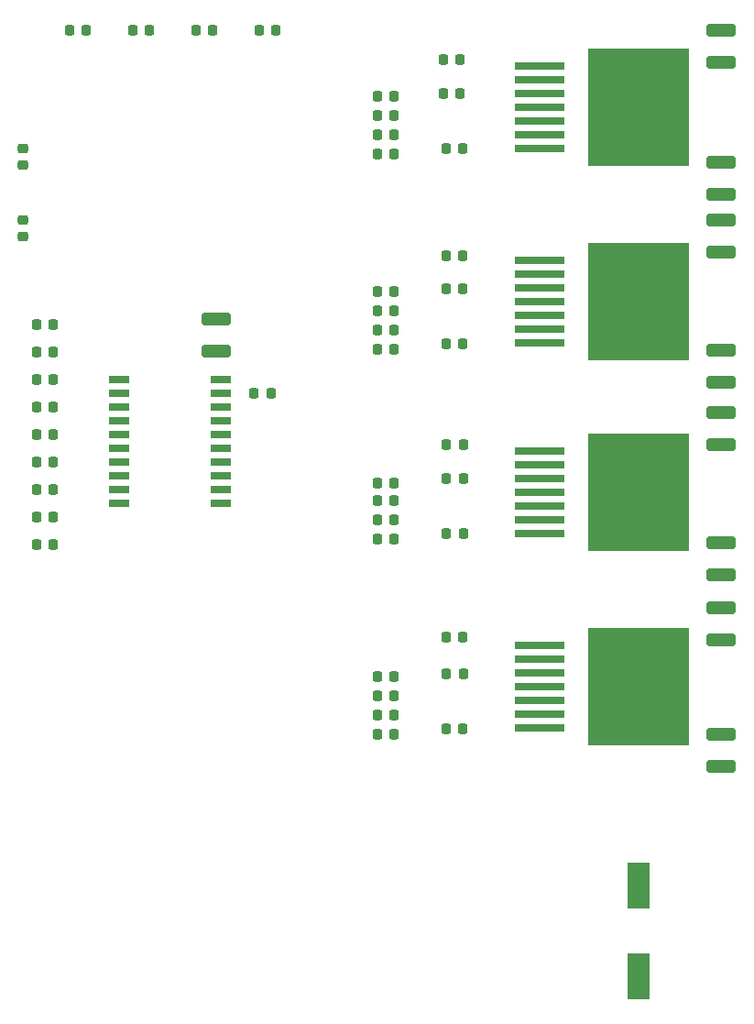
<source format=gbr>
%TF.GenerationSoftware,KiCad,Pcbnew,7.0.7*%
%TF.CreationDate,2023-12-04T17:46:37+09:00*%
%TF.ProjectId,AltairMD_V6,416c7461-6972-44d4-945f-56362e6b6963,rev?*%
%TF.SameCoordinates,Original*%
%TF.FileFunction,Paste,Top*%
%TF.FilePolarity,Positive*%
%FSLAX46Y46*%
G04 Gerber Fmt 4.6, Leading zero omitted, Abs format (unit mm)*
G04 Created by KiCad (PCBNEW 7.0.7) date 2023-12-04 17:46:37*
%MOMM*%
%LPD*%
G01*
G04 APERTURE LIST*
G04 Aperture macros list*
%AMRoundRect*
0 Rectangle with rounded corners*
0 $1 Rounding radius*
0 $2 $3 $4 $5 $6 $7 $8 $9 X,Y pos of 4 corners*
0 Add a 4 corners polygon primitive as box body*
4,1,4,$2,$3,$4,$5,$6,$7,$8,$9,$2,$3,0*
0 Add four circle primitives for the rounded corners*
1,1,$1+$1,$2,$3*
1,1,$1+$1,$4,$5*
1,1,$1+$1,$6,$7*
1,1,$1+$1,$8,$9*
0 Add four rect primitives between the rounded corners*
20,1,$1+$1,$2,$3,$4,$5,0*
20,1,$1+$1,$4,$5,$6,$7,0*
20,1,$1+$1,$6,$7,$8,$9,0*
20,1,$1+$1,$8,$9,$2,$3,0*%
G04 Aperture macros list end*
%ADD10RoundRect,0.225000X-0.225000X-0.250000X0.225000X-0.250000X0.225000X0.250000X-0.225000X0.250000X0*%
%ADD11RoundRect,0.225000X0.225000X0.250000X-0.225000X0.250000X-0.225000X-0.250000X0.225000X-0.250000X0*%
%ADD12R,4.600000X0.800000*%
%ADD13R,9.400000X10.800000*%
%ADD14RoundRect,0.225000X-0.250000X0.225000X-0.250000X-0.225000X0.250000X-0.225000X0.250000X0.225000X0*%
%ADD15RoundRect,0.250000X1.100000X-0.325000X1.100000X0.325000X-1.100000X0.325000X-1.100000X-0.325000X0*%
%ADD16R,2.150000X4.300000*%
%ADD17R,1.900000X0.650000*%
G04 APERTURE END LIST*
D10*
%TO.C,R8*%
X146532000Y-95397000D03*
X148082000Y-95397000D03*
%TD*%
D11*
%TO.C,R21*%
X154432000Y-74422000D03*
X152882000Y-74422000D03*
%TD*%
D12*
%TO.C,IC4*%
X161538000Y-74886000D03*
X161538000Y-76156000D03*
X161538000Y-77426000D03*
X161538000Y-78696000D03*
X161538000Y-79966000D03*
X161538000Y-81236000D03*
X161538000Y-82506000D03*
D13*
X170688000Y-78696000D03*
%TD*%
D10*
%TO.C,R18*%
X152628000Y-59456000D03*
X154178000Y-59456000D03*
%TD*%
D11*
%TO.C,C4*%
X154432000Y-118130000D03*
X152882000Y-118130000D03*
%TD*%
%TO.C,C15*%
X154432000Y-64536000D03*
X152882000Y-64536000D03*
%TD*%
D10*
%TO.C,R15*%
X146532000Y-118638000D03*
X148082000Y-118638000D03*
%TD*%
D11*
%TO.C,C22*%
X148082000Y-83078000D03*
X146532000Y-83078000D03*
%TD*%
%TO.C,C11*%
X148082000Y-100604000D03*
X146532000Y-100604000D03*
%TD*%
D14*
%TO.C,R6*%
X113792000Y-71120000D03*
X113792000Y-72670000D03*
%TD*%
D15*
%TO.C,C2*%
X131647000Y-83214000D03*
X131647000Y-80264000D03*
%TD*%
D11*
%TO.C,R25*%
X116586000Y-88392000D03*
X115036000Y-88392000D03*
%TD*%
D10*
%TO.C,R33*%
X135623000Y-53594000D03*
X137173000Y-53594000D03*
%TD*%
D11*
%TO.C,C21*%
X148082000Y-79522000D03*
X146532000Y-79522000D03*
%TD*%
D15*
%TO.C,C7*%
X178308000Y-91850000D03*
X178308000Y-88900000D03*
%TD*%
D10*
%TO.C,R12*%
X152908000Y-91841000D03*
X154458000Y-91841000D03*
%TD*%
D11*
%TO.C,R27*%
X116586000Y-83312000D03*
X115036000Y-83312000D03*
%TD*%
D12*
%TO.C,IC1*%
X161538000Y-92476000D03*
X161538000Y-93746000D03*
X161538000Y-95016000D03*
X161538000Y-96286000D03*
X161538000Y-97556000D03*
X161538000Y-98826000D03*
X161538000Y-100096000D03*
D13*
X170688000Y-96286000D03*
%TD*%
D11*
%TO.C,C13*%
X148078000Y-65044000D03*
X146528000Y-65044000D03*
%TD*%
D16*
%TO.C,C1*%
X170688000Y-140988000D03*
X170688000Y-132588000D03*
%TD*%
D11*
%TO.C,C9*%
X148082000Y-97048000D03*
X146532000Y-97048000D03*
%TD*%
D15*
%TO.C,C8*%
X178308000Y-109884000D03*
X178308000Y-106934000D03*
%TD*%
D11*
%TO.C,R28*%
X116586000Y-80772000D03*
X115036000Y-80772000D03*
%TD*%
D15*
%TO.C,C19*%
X178308000Y-74061000D03*
X178308000Y-71111000D03*
%TD*%
D11*
%TO.C,C20*%
X154432000Y-82570000D03*
X152882000Y-82570000D03*
%TD*%
D10*
%TO.C,R29*%
X135128000Y-87122000D03*
X136678000Y-87122000D03*
%TD*%
%TO.C,R31*%
X123926000Y-53594000D03*
X125476000Y-53594000D03*
%TD*%
D15*
%TO.C,C17*%
X178308000Y-56593000D03*
X178308000Y-53643000D03*
%TD*%
D11*
%TO.C,R2*%
X116586000Y-98552000D03*
X115036000Y-98552000D03*
%TD*%
%TO.C,C3*%
X154458000Y-100096000D03*
X152908000Y-100096000D03*
%TD*%
%TO.C,R13*%
X154432000Y-109621000D03*
X152882000Y-109621000D03*
%TD*%
D10*
%TO.C,R23*%
X146532000Y-81300000D03*
X148082000Y-81300000D03*
%TD*%
D15*
%TO.C,C6*%
X178308000Y-121568000D03*
X178308000Y-118618000D03*
%TD*%
D11*
%TO.C,R24*%
X116586000Y-90932000D03*
X115036000Y-90932000D03*
%TD*%
D15*
%TO.C,C5*%
X178308000Y-103886000D03*
X178308000Y-100936000D03*
%TD*%
D11*
%TO.C,C12*%
X148082000Y-116860000D03*
X146532000Y-116860000D03*
%TD*%
%TO.C,R26*%
X116586000Y-85852000D03*
X115036000Y-85852000D03*
%TD*%
%TO.C,R4*%
X116586000Y-93472000D03*
X115036000Y-93472000D03*
%TD*%
%TO.C,C14*%
X148082000Y-61488000D03*
X146532000Y-61488000D03*
%TD*%
D10*
%TO.C,R9*%
X146532000Y-115082000D03*
X148082000Y-115082000D03*
%TD*%
D12*
%TO.C,IC2*%
X161538000Y-110446000D03*
X161538000Y-111716000D03*
X161538000Y-112986000D03*
X161538000Y-114256000D03*
X161538000Y-115526000D03*
X161538000Y-116796000D03*
X161538000Y-118066000D03*
D13*
X170688000Y-114256000D03*
%TD*%
D11*
%TO.C,C10*%
X148069000Y-113304000D03*
X146519000Y-113304000D03*
%TD*%
D10*
%TO.C,R16*%
X146528000Y-63266000D03*
X148078000Y-63266000D03*
%TD*%
%TO.C,R14*%
X146532000Y-98826000D03*
X148082000Y-98826000D03*
%TD*%
%TO.C,R32*%
X129768000Y-53594000D03*
X131318000Y-53594000D03*
%TD*%
D12*
%TO.C,IC3*%
X161538000Y-56916000D03*
X161538000Y-58186000D03*
X161538000Y-59456000D03*
X161538000Y-60726000D03*
X161538000Y-61996000D03*
X161538000Y-63266000D03*
X161538000Y-64536000D03*
D13*
X170688000Y-60726000D03*
%TD*%
D10*
%TO.C,R17*%
X146532000Y-59710000D03*
X148082000Y-59710000D03*
%TD*%
D15*
%TO.C,C18*%
X178308000Y-86106000D03*
X178308000Y-83156000D03*
%TD*%
D17*
%TO.C,IC5*%
X122630000Y-85852000D03*
X122630000Y-87122000D03*
X122630000Y-88392000D03*
X122630000Y-89662000D03*
X122630000Y-90932000D03*
X122630000Y-92202000D03*
X122630000Y-93472000D03*
X122630000Y-94742000D03*
X122630000Y-96012000D03*
X122630000Y-97282000D03*
X132080000Y-97282000D03*
X132080000Y-96012000D03*
X132080000Y-94742000D03*
X132080000Y-93472000D03*
X132080000Y-92202000D03*
X132080000Y-90932000D03*
X132080000Y-89662000D03*
X132080000Y-88392000D03*
X132080000Y-87122000D03*
X132080000Y-85852000D03*
%TD*%
D11*
%TO.C,R1*%
X116599000Y-101092000D03*
X115049000Y-101092000D03*
%TD*%
%TO.C,R20*%
X154432000Y-77470000D03*
X152882000Y-77470000D03*
%TD*%
D10*
%TO.C,R10*%
X152908000Y-95016000D03*
X154458000Y-95016000D03*
%TD*%
D15*
%TO.C,C16*%
X178308000Y-68756000D03*
X178308000Y-65806000D03*
%TD*%
D11*
%TO.C,R11*%
X154458000Y-113030000D03*
X152908000Y-113030000D03*
%TD*%
D14*
%TO.C,R5*%
X113792000Y-64503000D03*
X113792000Y-66053000D03*
%TD*%
D10*
%TO.C,R19*%
X152628000Y-56281000D03*
X154178000Y-56281000D03*
%TD*%
%TO.C,R22*%
X146532000Y-77744000D03*
X148082000Y-77744000D03*
%TD*%
%TO.C,R30*%
X118084000Y-53594000D03*
X119634000Y-53594000D03*
%TD*%
D11*
%TO.C,R3*%
X116586000Y-96012000D03*
X115036000Y-96012000D03*
%TD*%
M02*

</source>
